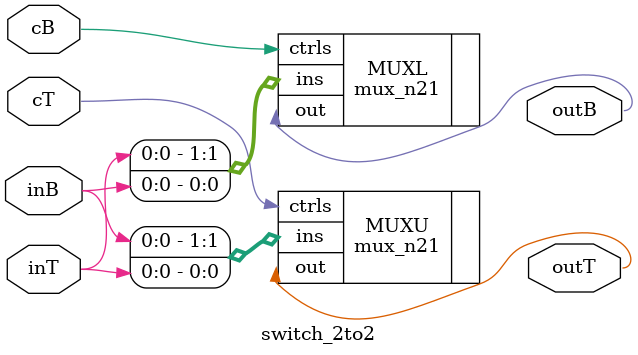
<source format=v>


/*************************************************************************** 
	Design: 2 by 2 switch
	Author: Durga Prasad Sahoo (dpsahoo.cs@gmail.com)
	Last update: 23/12/2014
   *************************************************************************
	Copyright@SEAL IIT Kharagpur
****************************************************************************/

module switch_2to2(
		inT,
		inB,
		cT,
      cB,
		outT,
		outB
	);
	
	input  inT;              // Upper input signal 
	input  inB;              // lower input signal
	input  cT;               // Control input
	input  cB;               // Control input
	output outT;             // Upper output signal
	output outB;             // Lower output signal
	
	(*LOCK_PINS = "all"*)
    mux_n21 #(.nCTRL(1)) MUXU(
        .ins({inB,inT}),
        .ctrls(cT),
        .out(outT)
    );
    
    (*LOCK_PINS = "all"*)
    mux_n21 #(.nCTRL(1)) MUXL(
        .ins({inT,inB}),
        .ctrls(cB),
        .out(outB)
    );
    
endmodule 
	
</source>
